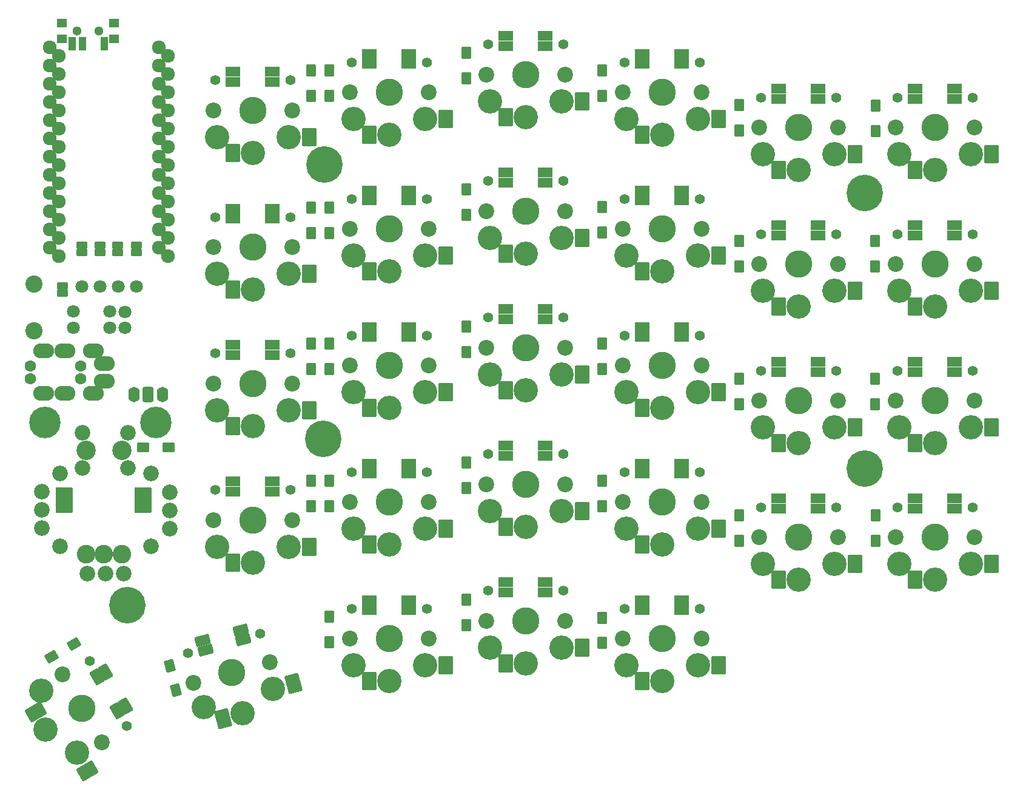
<source format=gts>
G04 #@! TF.GenerationSoftware,KiCad,Pcbnew,8.0.6*
G04 #@! TF.CreationDate,2025-05-27T16:28:13+10:00*
G04 #@! TF.ProjectId,JofleKeyboard,4a6f666c-654b-4657-9962-6f6172642e6b,rev?*
G04 #@! TF.SameCoordinates,Original*
G04 #@! TF.FileFunction,Soldermask,Top*
G04 #@! TF.FilePolarity,Negative*
%FSLAX46Y46*%
G04 Gerber Fmt 4.6, Leading zero omitted, Abs format (unit mm)*
G04 Created by KiCad (PCBNEW 8.0.6) date 2025-05-27 16:28:13*
%MOMM*%
%LPD*%
G01*
G04 APERTURE LIST*
G04 Aperture macros list*
%AMRoundRect*
0 Rectangle with rounded corners*
0 $1 Rounding radius*
0 $2 $3 $4 $5 $6 $7 $8 $9 X,Y pos of 4 corners*
0 Add a 4 corners polygon primitive as box body*
4,1,4,$2,$3,$4,$5,$6,$7,$8,$9,$2,$3,0*
0 Add four circle primitives for the rounded corners*
1,1,$1+$1,$2,$3*
1,1,$1+$1,$4,$5*
1,1,$1+$1,$6,$7*
1,1,$1+$1,$8,$9*
0 Add four rect primitives between the rounded corners*
20,1,$1+$1,$2,$3,$4,$5,0*
20,1,$1+$1,$4,$5,$6,$7,0*
20,1,$1+$1,$6,$7,$8,$9,0*
20,1,$1+$1,$8,$9,$2,$3,0*%
G04 Aperture macros list end*
%ADD10C,1.797000*%
%ADD11C,1.600000*%
%ADD12O,2.900000X2.100000*%
%ADD13C,5.100000*%
%ADD14C,1.924000*%
%ADD15RoundRect,0.200000X0.571500X-0.317500X0.571500X0.317500X-0.571500X0.317500X-0.571500X-0.317500X0*%
%ADD16C,2.400000*%
%ADD17RoundRect,0.200000X-0.571500X0.317500X-0.571500X-0.317500X0.571500X-0.317500X0.571500X0.317500X0*%
%ADD18RoundRect,0.200000X-0.475000X0.650000X-0.475000X-0.650000X0.475000X-0.650000X0.475000X0.650000X0*%
%ADD19RoundRect,0.200000X-0.650000X-0.475000X0.650000X-0.475000X0.650000X0.475000X-0.650000X0.475000X0*%
%ADD20RoundRect,0.200000X0.325417X0.736362X-0.800417X0.086362X-0.325417X-0.736362X0.800417X-0.086362X0*%
%ADD21C,2.200000*%
%ADD22C,1.400000*%
%ADD23C,3.400000*%
%ADD24C,3.800000*%
%ADD25RoundRect,0.200000X0.850000X0.500000X-0.850000X0.500000X-0.850000X-0.500000X0.850000X-0.500000X0*%
%ADD26RoundRect,0.200000X0.800000X1.100000X-0.800000X1.100000X-0.800000X-1.100000X0.800000X-1.100000X0*%
%ADD27RoundRect,0.200000X0.858013X-0.486122X0.008013X0.986122X-0.858013X0.486122X-0.008013X-0.986122X0*%
%ADD28RoundRect,0.200000X1.352628X-0.142820X0.552628X1.242820X-1.352628X0.142820X-0.552628X-1.242820X0*%
%ADD29C,4.400000*%
%ADD30RoundRect,0.200000X0.691627X0.702959X-0.950446X0.262967X-0.691627X-0.702959X0.950446X-0.262967X0*%
%ADD31RoundRect,0.200000X0.488040X1.269574X-1.057442X0.855463X-0.488040X-1.269574X1.057442X-0.855463X0*%
%ADD32RoundRect,0.200000X-0.627047X0.504913X-0.290582X-0.750791X0.627047X-0.504913X0.290582X0.750791X0*%
%ADD33RoundRect,0.200000X0.500000X0.400000X-0.500000X0.400000X-0.500000X-0.400000X0.500000X-0.400000X0*%
%ADD34C,1.300000*%
%ADD35RoundRect,0.200000X0.350000X0.750000X-0.350000X0.750000X-0.350000X-0.750000X0.350000X-0.750000X0*%
%ADD36C,2.600000*%
%ADD37RoundRect,0.200000X1.000000X-1.600000X1.000000X1.600000X-1.000000X1.600000X-1.000000X-1.600000X0*%
%ADD38C,2.700000*%
%ADD39C,2.178000*%
%ADD40RoundRect,0.333333X0.466667X0.741667X-0.466667X0.741667X-0.466667X-0.741667X0.466667X-0.741667X0*%
%ADD41O,1.600000X2.150000*%
G04 APERTURE END LIST*
D10*
X95499272Y-80311965D03*
X100579272Y-80311965D03*
X95499272Y-78061965D03*
X100579272Y-78061965D03*
D11*
X89500000Y-87400000D03*
X96500000Y-87400000D03*
X89500000Y-85650000D03*
X96500000Y-85650000D03*
D12*
X98300000Y-89500000D03*
X98300000Y-83550000D03*
X94300000Y-89500000D03*
X94300000Y-83550000D03*
X91300000Y-89500000D03*
X91300000Y-83550000D03*
X99800000Y-87750000D03*
X99800000Y-85300000D03*
D10*
X102700000Y-80300000D03*
X102700000Y-78100000D03*
D13*
X103000000Y-119000000D03*
D14*
X92180000Y-41230000D03*
X108718815Y-42425745D03*
X92180000Y-43770000D03*
X108718815Y-44965745D03*
X92180000Y-46310000D03*
X108718815Y-47505745D03*
X92180000Y-48850000D03*
X108718815Y-50045745D03*
X92180000Y-51390000D03*
X108718815Y-52585745D03*
X92180000Y-53930000D03*
X108718815Y-55125745D03*
X92180000Y-56470000D03*
X108718815Y-57665745D03*
X92180000Y-59010000D03*
X108718815Y-60205745D03*
X92180000Y-61550000D03*
X108718815Y-62745745D03*
X92180000Y-64090000D03*
X108718815Y-65285745D03*
X92180000Y-66630000D03*
X108718815Y-67825745D03*
X92180000Y-69170000D03*
X108718815Y-70365745D03*
X93478815Y-70365745D03*
X107420000Y-69170000D03*
X93478815Y-67825745D03*
X107420000Y-66630000D03*
X93478815Y-65285745D03*
X107420000Y-64090000D03*
X93478815Y-62745745D03*
X107420000Y-61550000D03*
X93478815Y-60205745D03*
X107420000Y-59010000D03*
X93478815Y-57665745D03*
X107420000Y-56470000D03*
X93478815Y-55125745D03*
X107420000Y-53930000D03*
X93478815Y-52585745D03*
X107420000Y-51390000D03*
X93478815Y-50045745D03*
X107420000Y-48850000D03*
X93478815Y-47505745D03*
X107420000Y-46310000D03*
X93478815Y-44965745D03*
X107420000Y-43770000D03*
X93478815Y-42425745D03*
X107420000Y-41230000D03*
D15*
X104300000Y-69800380D03*
X104300000Y-68799620D03*
X101700000Y-69800380D03*
X101700000Y-68799620D03*
X99200000Y-69800380D03*
X99200000Y-68799620D03*
D16*
X90000000Y-74250000D03*
X90000000Y-80750000D03*
D17*
X94000000Y-74499620D03*
X94000000Y-75500380D03*
D18*
X128705000Y-44452000D03*
X128705000Y-48002000D03*
X131245000Y-44455000D03*
X131245000Y-48005000D03*
X150345000Y-41955000D03*
X150345000Y-45505000D03*
X169345000Y-44455000D03*
X169345000Y-48005000D03*
X188445000Y-49225000D03*
X188445000Y-52775000D03*
X207545000Y-49355000D03*
X207545000Y-52905000D03*
X128705000Y-82555000D03*
X128705000Y-86105000D03*
X128705000Y-101655000D03*
X128705000Y-105205000D03*
D19*
X105225000Y-97000000D03*
X108775000Y-97000000D03*
D20*
X95544195Y-124463500D03*
X92469805Y-126238500D03*
D21*
X126050000Y-50000000D03*
D22*
X125770000Y-45800000D03*
D23*
X125550000Y-53700000D03*
X120550000Y-55900000D03*
D24*
X120550000Y-50000000D03*
D23*
X115550000Y-53700000D03*
D22*
X115330000Y-45800000D03*
D21*
X115050000Y-50000000D03*
D25*
X117800000Y-46001000D03*
X117800000Y-44601000D03*
X123300000Y-44601000D03*
X123300000Y-46001000D03*
D26*
X117750000Y-55900000D03*
X128450000Y-53700000D03*
D21*
X164150000Y-45000000D03*
D22*
X163870000Y-40800000D03*
D23*
X163650000Y-48700000D03*
X158650000Y-50900000D03*
D24*
X158650000Y-45000000D03*
D23*
X153650000Y-48700000D03*
D22*
X153430000Y-40800000D03*
D21*
X153150000Y-45000000D03*
D25*
X155900000Y-41001000D03*
X155900000Y-39601000D03*
X161400000Y-39601000D03*
X161400000Y-41001000D03*
D26*
X155850000Y-50900000D03*
X166550000Y-48700000D03*
D21*
X126050000Y-88100000D03*
D22*
X125770000Y-83900000D03*
D23*
X125550000Y-91800000D03*
X120550000Y-94000000D03*
D24*
X120550000Y-88100000D03*
D23*
X115550000Y-91800000D03*
D22*
X115330000Y-83900000D03*
D21*
X115050000Y-88100000D03*
D25*
X117800000Y-84101000D03*
X117800000Y-82701000D03*
X123300000Y-82701000D03*
X123300000Y-84101000D03*
D26*
X117750000Y-94000000D03*
X128450000Y-91800000D03*
D21*
X145100000Y-85600000D03*
D22*
X144820000Y-81400000D03*
D23*
X144600000Y-89300000D03*
X139600000Y-91500000D03*
D24*
X139600000Y-85600000D03*
D23*
X134600000Y-89300000D03*
D22*
X134380000Y-81400000D03*
D21*
X134100000Y-85600000D03*
D25*
X136850000Y-81601000D03*
X136850000Y-80201000D03*
X142350000Y-80201000D03*
X142350000Y-81601000D03*
D26*
X136800000Y-91500000D03*
X147500000Y-89300000D03*
D21*
X126050000Y-107150000D03*
D22*
X125770000Y-102950000D03*
D23*
X125550000Y-110850000D03*
X120550000Y-113050000D03*
D24*
X120550000Y-107150000D03*
D23*
X115550000Y-110850000D03*
D22*
X115330000Y-102950000D03*
D21*
X115050000Y-107150000D03*
D25*
X117800000Y-103151000D03*
X117800000Y-101751000D03*
X123300000Y-101751000D03*
X123300000Y-103151000D03*
D26*
X117750000Y-113050000D03*
X128450000Y-110850000D03*
D21*
X164150000Y-102150000D03*
D22*
X163870000Y-97950000D03*
D23*
X163650000Y-105850000D03*
X158650000Y-108050000D03*
D24*
X158650000Y-102150000D03*
D23*
X153650000Y-105850000D03*
D22*
X153430000Y-97950000D03*
D21*
X153150000Y-102150000D03*
D25*
X155900000Y-98151000D03*
X155900000Y-96751000D03*
X161400000Y-96751000D03*
X161400000Y-98151000D03*
D26*
X155850000Y-108050000D03*
X166550000Y-105850000D03*
D21*
X202250000Y-109550000D03*
D22*
X201970000Y-105350000D03*
D23*
X201750000Y-113250000D03*
X196750000Y-115450000D03*
D24*
X196750000Y-109550000D03*
D23*
X191750000Y-113250000D03*
D22*
X191530000Y-105350000D03*
D21*
X191250000Y-109550000D03*
D25*
X194000000Y-105551000D03*
X194000000Y-104151000D03*
X199500000Y-104151000D03*
X199500000Y-105551000D03*
D26*
X193950000Y-115450000D03*
X204650000Y-113250000D03*
D21*
X99460000Y-138163140D03*
D22*
X102957307Y-135820653D03*
D23*
X96005706Y-139580127D03*
X91600450Y-136350000D03*
D24*
X96710000Y-133400000D03*
D23*
X91005706Y-130919873D03*
D22*
X97737307Y-126779347D03*
D21*
X93960000Y-128636860D03*
D27*
X98798236Y-129018930D03*
X100010671Y-128318930D03*
X102760671Y-133082070D03*
X101548236Y-133782070D03*
D28*
X90200450Y-133925129D03*
X97455706Y-142091601D03*
D29*
X91500000Y-93500000D03*
D15*
X96700000Y-69800380D03*
X96700000Y-68799620D03*
D10*
X96700000Y-74600000D03*
X99240000Y-74600000D03*
X101780000Y-74600000D03*
X104320000Y-74600000D03*
D29*
X107000000Y-93500000D03*
D21*
X122912592Y-126976495D03*
D22*
X121555093Y-122992076D03*
D23*
X123387260Y-130679830D03*
X119127032Y-134098962D03*
D24*
X117600000Y-128400000D03*
D23*
X113728001Y-133268021D03*
D22*
X111470827Y-125694147D03*
D21*
X112287408Y-129823505D03*
D30*
X113908687Y-125249015D03*
X113546340Y-123896719D03*
X118858932Y-122473214D03*
X119221279Y-123825510D03*
D31*
X116422440Y-134823656D03*
X126188444Y-129929255D03*
D21*
X221300000Y-71450000D03*
D22*
X221020000Y-67250000D03*
D23*
X220800000Y-75150000D03*
X215800000Y-77350000D03*
D24*
X215800000Y-71450000D03*
D23*
X210800000Y-75150000D03*
D22*
X210580000Y-67250000D03*
D21*
X210300000Y-71450000D03*
D25*
X213050000Y-67451000D03*
X213050000Y-66051000D03*
X218550000Y-66051000D03*
X218550000Y-67451000D03*
D26*
X213000000Y-77350000D03*
X223700000Y-75150000D03*
D21*
X221300000Y-90500000D03*
D22*
X221020000Y-86300000D03*
D23*
X220800000Y-94200000D03*
X215800000Y-96400000D03*
D24*
X215800000Y-90500000D03*
D23*
X210800000Y-94200000D03*
D22*
X210580000Y-86300000D03*
D21*
X210300000Y-90500000D03*
D25*
X213050000Y-86501000D03*
X213050000Y-85101000D03*
X218550000Y-85101000D03*
X218550000Y-86501000D03*
D26*
X213000000Y-96400000D03*
X223700000Y-94200000D03*
D21*
X221300000Y-109550000D03*
D22*
X221020000Y-105350000D03*
D23*
X220800000Y-113250000D03*
X215800000Y-115450000D03*
D24*
X215800000Y-109550000D03*
D23*
X210800000Y-113250000D03*
D22*
X210580000Y-105350000D03*
D21*
X210300000Y-109550000D03*
D25*
X213050000Y-105551000D03*
X213050000Y-104151000D03*
X218550000Y-104151000D03*
X218550000Y-105551000D03*
D26*
X213000000Y-115450000D03*
X223700000Y-113250000D03*
D21*
X183200000Y-47500000D03*
D22*
X182920000Y-43300000D03*
D23*
X182700000Y-51200000D03*
X177700000Y-53400000D03*
D24*
X177700000Y-47500000D03*
D23*
X172700000Y-51200000D03*
D22*
X172480000Y-43300000D03*
D21*
X172200000Y-47500000D03*
D25*
X174950000Y-43501000D03*
X174950000Y-42101000D03*
X180450000Y-42101000D03*
X180450000Y-43501000D03*
D26*
X174900000Y-53400000D03*
X185600000Y-51200000D03*
D13*
X206000000Y-61500000D03*
D18*
X128705000Y-63555000D03*
X128705000Y-67105000D03*
X131245000Y-63555000D03*
X131245000Y-67105000D03*
X150345000Y-61045000D03*
X150345000Y-64595000D03*
X169345000Y-63455000D03*
X169345000Y-67005000D03*
X188445000Y-68255000D03*
X188445000Y-71805000D03*
X207445000Y-68255000D03*
X207445000Y-71805000D03*
D21*
X202250000Y-52400000D03*
D22*
X201970000Y-48200000D03*
D23*
X201750000Y-56100000D03*
X196750000Y-58300000D03*
D24*
X196750000Y-52400000D03*
D23*
X191750000Y-56100000D03*
D22*
X191530000Y-48200000D03*
D21*
X191250000Y-52400000D03*
D25*
X194000000Y-48401000D03*
X194000000Y-47001000D03*
X199500000Y-47001000D03*
X199500000Y-48401000D03*
D26*
X193950000Y-58300000D03*
X204650000Y-56100000D03*
D21*
X145100000Y-66550000D03*
D22*
X144820000Y-62350000D03*
D23*
X144600000Y-70250000D03*
X139600000Y-72450000D03*
D24*
X139600000Y-66550000D03*
D23*
X134600000Y-70250000D03*
D22*
X134380000Y-62350000D03*
D21*
X134100000Y-66550000D03*
D25*
X136850000Y-62551000D03*
X136850000Y-61151000D03*
X142350000Y-61151000D03*
X142350000Y-62551000D03*
D26*
X136800000Y-72450000D03*
X147500000Y-70250000D03*
D21*
X183200000Y-66550000D03*
D22*
X182920000Y-62350000D03*
D23*
X182700000Y-70250000D03*
X177700000Y-72450000D03*
D24*
X177700000Y-66550000D03*
D23*
X172700000Y-70250000D03*
D22*
X172480000Y-62350000D03*
D21*
X172200000Y-66550000D03*
D25*
X174950000Y-62551000D03*
X174950000Y-61151000D03*
X180450000Y-61151000D03*
X180450000Y-62551000D03*
D26*
X174900000Y-72450000D03*
X185600000Y-70250000D03*
D21*
X164150000Y-64050000D03*
D22*
X163870000Y-59850000D03*
D23*
X163650000Y-67750000D03*
X158650000Y-69950000D03*
D24*
X158650000Y-64050000D03*
D23*
X153650000Y-67750000D03*
D22*
X153430000Y-59850000D03*
D21*
X153150000Y-64050000D03*
D25*
X155900000Y-60051000D03*
X155900000Y-58651000D03*
X161400000Y-58651000D03*
X161400000Y-60051000D03*
D26*
X155850000Y-69950000D03*
X166550000Y-67750000D03*
D21*
X183200000Y-85600000D03*
D22*
X182920000Y-81400000D03*
D23*
X182700000Y-89300000D03*
X177700000Y-91500000D03*
D24*
X177700000Y-85600000D03*
D23*
X172700000Y-89300000D03*
D22*
X172480000Y-81400000D03*
D21*
X172200000Y-85600000D03*
D25*
X174950000Y-81601000D03*
X174950000Y-80201000D03*
X180450000Y-80201000D03*
X180450000Y-81601000D03*
D26*
X174900000Y-91500000D03*
X185600000Y-89300000D03*
D21*
X221300000Y-52400000D03*
D22*
X221020000Y-48200000D03*
D23*
X220800000Y-56100000D03*
X215800000Y-58300000D03*
D24*
X215800000Y-52400000D03*
D23*
X210800000Y-56100000D03*
D22*
X210580000Y-48200000D03*
D21*
X210300000Y-52400000D03*
D25*
X213050000Y-48401000D03*
X213050000Y-47001000D03*
X218550000Y-47001000D03*
X218550000Y-48401000D03*
D26*
X213000000Y-58300000D03*
X223700000Y-56100000D03*
D21*
X126050000Y-69100000D03*
D22*
X125770000Y-64900000D03*
D23*
X125550000Y-72800000D03*
X120550000Y-75000000D03*
D24*
X120550000Y-69100000D03*
D23*
X115550000Y-72800000D03*
D22*
X115330000Y-64900000D03*
D21*
X115050000Y-69100000D03*
D25*
X117800000Y-65101000D03*
X117800000Y-63701000D03*
X123300000Y-63701000D03*
X123300000Y-65101000D03*
D26*
X117750000Y-75000000D03*
X128450000Y-72800000D03*
D21*
X183200000Y-123700000D03*
D22*
X182920000Y-119500000D03*
D23*
X182700000Y-127400000D03*
X177700000Y-129600000D03*
D24*
X177700000Y-123700000D03*
D23*
X172700000Y-127400000D03*
D22*
X172480000Y-119500000D03*
D21*
X172200000Y-123700000D03*
D25*
X174950000Y-119701000D03*
X174950000Y-118301000D03*
X180450000Y-118301000D03*
X180450000Y-119701000D03*
D26*
X174900000Y-129600000D03*
X185600000Y-127400000D03*
D21*
X202250000Y-71450000D03*
D22*
X201970000Y-67250000D03*
D23*
X201750000Y-75150000D03*
X196750000Y-77350000D03*
D24*
X196750000Y-71450000D03*
D23*
X191750000Y-75150000D03*
D22*
X191530000Y-67250000D03*
D21*
X191250000Y-71450000D03*
D25*
X194000000Y-67451000D03*
X194000000Y-66051000D03*
X199500000Y-66051000D03*
X199500000Y-67451000D03*
D26*
X193950000Y-77350000D03*
X204650000Y-75150000D03*
D21*
X183200000Y-104650000D03*
D22*
X182920000Y-100450000D03*
D23*
X182700000Y-108350000D03*
X177700000Y-110550000D03*
D24*
X177700000Y-104650000D03*
D23*
X172700000Y-108350000D03*
D22*
X172480000Y-100450000D03*
D21*
X172200000Y-104650000D03*
D25*
X174950000Y-100651000D03*
X174950000Y-99251000D03*
X180450000Y-99251000D03*
X180450000Y-100651000D03*
D26*
X174900000Y-110550000D03*
X185600000Y-108350000D03*
D21*
X202250000Y-90500000D03*
D22*
X201970000Y-86300000D03*
D23*
X201750000Y-94200000D03*
X196750000Y-96400000D03*
D24*
X196750000Y-90500000D03*
D23*
X191750000Y-94200000D03*
D22*
X191530000Y-86300000D03*
D21*
X191250000Y-90500000D03*
D25*
X194000000Y-86501000D03*
X194000000Y-85101000D03*
X199500000Y-85101000D03*
X199500000Y-86501000D03*
D26*
X193950000Y-96400000D03*
X204650000Y-94200000D03*
D21*
X164150000Y-121200000D03*
D22*
X163870000Y-117000000D03*
D23*
X163650000Y-124900000D03*
X158650000Y-127100000D03*
D24*
X158650000Y-121200000D03*
D23*
X153650000Y-124900000D03*
D22*
X153430000Y-117000000D03*
D21*
X153150000Y-121200000D03*
D25*
X155900000Y-117201000D03*
X155900000Y-115801000D03*
X161400000Y-115801000D03*
X161400000Y-117201000D03*
D26*
X155850000Y-127100000D03*
X166550000Y-124900000D03*
D21*
X164150000Y-83100000D03*
D22*
X163870000Y-78900000D03*
D23*
X163650000Y-86800000D03*
X158650000Y-89000000D03*
D24*
X158650000Y-83100000D03*
D23*
X153650000Y-86800000D03*
D22*
X153430000Y-78900000D03*
D21*
X153150000Y-83100000D03*
D25*
X155900000Y-79101000D03*
X155900000Y-77701000D03*
X161400000Y-77701000D03*
X161400000Y-79101000D03*
D26*
X155850000Y-89000000D03*
X166550000Y-86800000D03*
D21*
X145100000Y-47500000D03*
D22*
X144820000Y-43300000D03*
D23*
X144600000Y-51200000D03*
X139600000Y-53400000D03*
D24*
X139600000Y-47500000D03*
D23*
X134600000Y-51200000D03*
D22*
X134380000Y-43300000D03*
D21*
X134100000Y-47500000D03*
D25*
X136850000Y-43501000D03*
X136850000Y-42101000D03*
X142350000Y-42101000D03*
X142350000Y-43501000D03*
D26*
X136800000Y-53400000D03*
X147500000Y-51200000D03*
D32*
X108914596Y-127446482D03*
X109833404Y-130875518D03*
D21*
X145100000Y-104650000D03*
D22*
X144820000Y-100450000D03*
D23*
X144600000Y-108350000D03*
X139600000Y-110550000D03*
D24*
X139600000Y-104650000D03*
D23*
X134600000Y-108350000D03*
D22*
X134380000Y-100450000D03*
D21*
X134100000Y-104650000D03*
D25*
X136850000Y-100651000D03*
X136850000Y-99251000D03*
X142350000Y-99251000D03*
X142350000Y-100651000D03*
D26*
X136800000Y-110550000D03*
X147500000Y-108350000D03*
D13*
X206000000Y-100000000D03*
D18*
X150345000Y-80145000D03*
X150345000Y-83695000D03*
X169345000Y-82555000D03*
X169345000Y-86105000D03*
X188445000Y-87455000D03*
X188445000Y-91005000D03*
X207445000Y-87455000D03*
X207445000Y-91005000D03*
X131245000Y-120655000D03*
X131245000Y-124205000D03*
X150345000Y-118245000D03*
X150345000Y-121795000D03*
X207495000Y-106455000D03*
X207495000Y-110005000D03*
X131245000Y-101655000D03*
X131245000Y-105205000D03*
X150345000Y-99145000D03*
X150345000Y-102695000D03*
X169345000Y-101655000D03*
X169345000Y-105205000D03*
X188445000Y-106455000D03*
X188445000Y-110005000D03*
X131245000Y-82555000D03*
X131245000Y-86105000D03*
X169345000Y-120755000D03*
X169345000Y-124305000D03*
D21*
X145100000Y-123700000D03*
D22*
X144820000Y-119500000D03*
D23*
X144600000Y-127400000D03*
X139600000Y-129600000D03*
D24*
X139600000Y-123700000D03*
D23*
X134600000Y-127400000D03*
D22*
X134380000Y-119500000D03*
D21*
X134100000Y-123700000D03*
D25*
X136850000Y-119701000D03*
X136850000Y-118301000D03*
X142350000Y-118301000D03*
X142350000Y-119701000D03*
D26*
X136800000Y-129600000D03*
X147500000Y-127400000D03*
D13*
X130527120Y-57573640D03*
X130375120Y-95852640D03*
D33*
X101189120Y-40057640D03*
X101189120Y-37847640D03*
D34*
X99039120Y-38947640D03*
X96039120Y-38947640D03*
D33*
X93889120Y-40057640D03*
X93889120Y-37847640D03*
D35*
X99789120Y-40707640D03*
X96789120Y-40707640D03*
X95289120Y-40707640D03*
D36*
X97239120Y-111902640D03*
X102239120Y-111902640D03*
X99739120Y-111902640D03*
D37*
X94241070Y-104402640D03*
X105237170Y-104402640D03*
D38*
X102239120Y-97402640D03*
X97239120Y-97402640D03*
D39*
X96790120Y-94929840D03*
X103140120Y-94949640D03*
X96790120Y-99869840D03*
X103150120Y-99889840D03*
X97440120Y-114619840D03*
X99980120Y-114639840D03*
X102520120Y-114619840D03*
X93615120Y-100679840D03*
X93615120Y-110809840D03*
X106315120Y-110824640D03*
X106315120Y-100664640D03*
X91075120Y-103204640D03*
X108954120Y-103277440D03*
X91060120Y-105729840D03*
X108939120Y-105802640D03*
X91060120Y-108269840D03*
X108939120Y-108342640D03*
D40*
X105939120Y-89602640D03*
D41*
X107939120Y-89602640D03*
X103939120Y-89602640D03*
D34*
X96039120Y-38947640D03*
X99039120Y-38947640D03*
M02*

</source>
